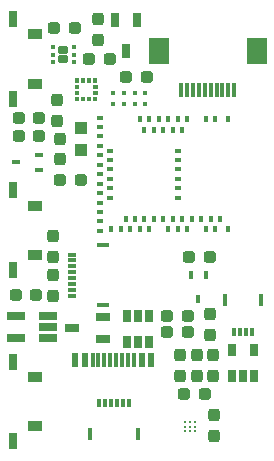
<source format=gbr>
%TF.GenerationSoftware,KiCad,Pcbnew,(5.99.0-8775-g06a515339c)*%
%TF.CreationDate,2021-02-12T19:12:03-05:00*%
%TF.ProjectId,mk2,6d6b322e-6b69-4636-9164-5f7063625858,rev?*%
%TF.SameCoordinates,Original*%
%TF.FileFunction,Paste,Top*%
%TF.FilePolarity,Positive*%
%FSLAX46Y46*%
G04 Gerber Fmt 4.6, Leading zero omitted, Abs format (unit mm)*
G04 Created by KiCad (PCBNEW (5.99.0-8775-g06a515339c)) date 2021-02-12 19:12:03*
%MOMM*%
%LPD*%
G01*
G04 APERTURE LIST*
G04 Aperture macros list*
%AMRoundRect*
0 Rectangle with rounded corners*
0 $1 Rounding radius*
0 $2 $3 $4 $5 $6 $7 $8 $9 X,Y pos of 4 corners*
0 Add a 4 corners polygon primitive as box body*
4,1,4,$2,$3,$4,$5,$6,$7,$8,$9,$2,$3,0*
0 Add four circle primitives for the rounded corners*
1,1,$1+$1,$2,$3*
1,1,$1+$1,$4,$5*
1,1,$1+$1,$6,$7*
1,1,$1+$1,$8,$9*
0 Add four rect primitives between the rounded corners*
20,1,$1+$1,$2,$3,$4,$5,0*
20,1,$1+$1,$4,$5,$6,$7,0*
20,1,$1+$1,$6,$7,$8,$9,0*
20,1,$1+$1,$8,$9,$2,$3,0*%
G04 Aperture macros list end*
%ADD10C,0.010000*%
%ADD11RoundRect,0.237500X0.287500X0.237500X-0.287500X0.237500X-0.287500X-0.237500X0.287500X-0.237500X0*%
%ADD12RoundRect,0.237500X-0.237500X0.287500X-0.237500X-0.287500X0.237500X-0.287500X0.237500X0.287500X0*%
%ADD13C,0.229500*%
%ADD14RoundRect,0.237500X0.237500X-0.287500X0.237500X0.287500X-0.237500X0.287500X-0.237500X-0.287500X0*%
%ADD15R,0.400000X0.600000*%
%ADD16R,0.600000X0.400000*%
%ADD17R,0.650000X1.060000*%
%ADD18R,1.220000X0.650000*%
%ADD19R,0.700000X0.450000*%
%ADD20R,0.650000X1.220000*%
%ADD21R,1.270000X0.900000*%
%ADD22R,0.800000X1.450000*%
%ADD23R,0.300000X1.300000*%
%ADD24R,1.800000X2.200000*%
%ADD25R,0.300000X0.700000*%
%ADD26R,0.300000X1.000000*%
%ADD27RoundRect,0.237500X-0.287500X-0.237500X0.287500X-0.237500X0.287500X0.237500X-0.287500X0.237500X0*%
%ADD28R,0.400000X0.420000*%
%ADD29R,0.450000X0.700000*%
%ADD30RoundRect,0.172500X0.262500X0.172500X-0.262500X0.172500X-0.262500X-0.172500X0.262500X-0.172500X0*%
%ADD31RoundRect,0.093750X0.093750X0.106250X-0.093750X0.106250X-0.093750X-0.106250X0.093750X-0.106250X0*%
%ADD32R,1.100000X1.050000*%
%ADD33R,0.600000X1.160000*%
%ADD34R,0.300000X1.160000*%
%ADD35R,0.700000X0.300000*%
%ADD36R,1.000000X0.300000*%
%ADD37R,1.560000X0.650000*%
G04 APERTURE END LIST*
D10*
%TO.C,U4*%
X18802000Y-20229000D02*
X18802000Y-19929000D01*
X18802000Y-19929000D02*
X19052000Y-19929000D01*
X19052000Y-19929000D02*
X19052000Y-20229000D01*
X19052000Y-20229000D02*
X18802000Y-20229000D01*
G36*
X19052000Y-20229000D02*
G01*
X18802000Y-20229000D01*
X18802000Y-19929000D01*
X19052000Y-19929000D01*
X19052000Y-20229000D01*
G37*
X19052000Y-20229000D02*
X18802000Y-20229000D01*
X18802000Y-19929000D01*
X19052000Y-19929000D01*
X19052000Y-20229000D01*
X18302000Y-18679000D02*
X18302000Y-18379000D01*
X18302000Y-18379000D02*
X18552000Y-18379000D01*
X18552000Y-18379000D02*
X18552000Y-18679000D01*
X18552000Y-18679000D02*
X18302000Y-18679000D01*
G36*
X18552000Y-18679000D02*
G01*
X18302000Y-18679000D01*
X18302000Y-18379000D01*
X18552000Y-18379000D01*
X18552000Y-18679000D01*
G37*
X18552000Y-18679000D02*
X18302000Y-18679000D01*
X18302000Y-18379000D01*
X18552000Y-18379000D01*
X18552000Y-18679000D01*
X18802000Y-18679000D02*
X18802000Y-18379000D01*
X18802000Y-18379000D02*
X19052000Y-18379000D01*
X19052000Y-18379000D02*
X19052000Y-18679000D01*
X19052000Y-18679000D02*
X18802000Y-18679000D01*
G36*
X19052000Y-18679000D02*
G01*
X18802000Y-18679000D01*
X18802000Y-18379000D01*
X19052000Y-18379000D01*
X19052000Y-18679000D01*
G37*
X19052000Y-18679000D02*
X18802000Y-18679000D01*
X18802000Y-18379000D01*
X19052000Y-18379000D01*
X19052000Y-18679000D01*
X18252000Y-19679000D02*
X18252000Y-19429000D01*
X18252000Y-19429000D02*
X18552000Y-19429000D01*
X18552000Y-19429000D02*
X18552000Y-19679000D01*
X18552000Y-19679000D02*
X18252000Y-19679000D01*
G36*
X18552000Y-19679000D02*
G01*
X18252000Y-19679000D01*
X18252000Y-19429000D01*
X18552000Y-19429000D01*
X18552000Y-19679000D01*
G37*
X18552000Y-19679000D02*
X18252000Y-19679000D01*
X18252000Y-19429000D01*
X18552000Y-19429000D01*
X18552000Y-19679000D01*
X19802000Y-19679000D02*
X19802000Y-19429000D01*
X19802000Y-19429000D02*
X20102000Y-19429000D01*
X20102000Y-19429000D02*
X20102000Y-19679000D01*
X20102000Y-19679000D02*
X19802000Y-19679000D01*
G36*
X20102000Y-19679000D02*
G01*
X19802000Y-19679000D01*
X19802000Y-19429000D01*
X20102000Y-19429000D01*
X20102000Y-19679000D01*
G37*
X20102000Y-19679000D02*
X19802000Y-19679000D01*
X19802000Y-19429000D01*
X20102000Y-19429000D01*
X20102000Y-19679000D01*
X19802000Y-19179000D02*
X19802000Y-18929000D01*
X19802000Y-18929000D02*
X20102000Y-18929000D01*
X20102000Y-18929000D02*
X20102000Y-19179000D01*
X20102000Y-19179000D02*
X19802000Y-19179000D01*
G36*
X20102000Y-19179000D02*
G01*
X19802000Y-19179000D01*
X19802000Y-18929000D01*
X20102000Y-18929000D01*
X20102000Y-19179000D01*
G37*
X20102000Y-19179000D02*
X19802000Y-19179000D01*
X19802000Y-18929000D01*
X20102000Y-18929000D01*
X20102000Y-19179000D01*
X19802000Y-20229000D02*
X19802000Y-19929000D01*
X19802000Y-19929000D02*
X20052000Y-19929000D01*
X20052000Y-19929000D02*
X20052000Y-20229000D01*
X20052000Y-20229000D02*
X19802000Y-20229000D01*
G36*
X20052000Y-20229000D02*
G01*
X19802000Y-20229000D01*
X19802000Y-19929000D01*
X20052000Y-19929000D01*
X20052000Y-20229000D01*
G37*
X20052000Y-20229000D02*
X19802000Y-20229000D01*
X19802000Y-19929000D01*
X20052000Y-19929000D01*
X20052000Y-20229000D01*
X18252000Y-19179000D02*
X18252000Y-18929000D01*
X18252000Y-18929000D02*
X18552000Y-18929000D01*
X18552000Y-18929000D02*
X18552000Y-19179000D01*
X18552000Y-19179000D02*
X18252000Y-19179000D01*
G36*
X18552000Y-19179000D02*
G01*
X18252000Y-19179000D01*
X18252000Y-18929000D01*
X18552000Y-18929000D01*
X18552000Y-19179000D01*
G37*
X18552000Y-19179000D02*
X18252000Y-19179000D01*
X18252000Y-18929000D01*
X18552000Y-18929000D01*
X18552000Y-19179000D01*
X18302000Y-20229000D02*
X18302000Y-19929000D01*
X18302000Y-19929000D02*
X18552000Y-19929000D01*
X18552000Y-19929000D02*
X18552000Y-20229000D01*
X18552000Y-20229000D02*
X18302000Y-20229000D01*
G36*
X18552000Y-20229000D02*
G01*
X18302000Y-20229000D01*
X18302000Y-19929000D01*
X18552000Y-19929000D01*
X18552000Y-20229000D01*
G37*
X18552000Y-20229000D02*
X18302000Y-20229000D01*
X18302000Y-19929000D01*
X18552000Y-19929000D01*
X18552000Y-20229000D01*
X19302000Y-18679000D02*
X19302000Y-18379000D01*
X19302000Y-18379000D02*
X19552000Y-18379000D01*
X19552000Y-18379000D02*
X19552000Y-18679000D01*
X19552000Y-18679000D02*
X19302000Y-18679000D01*
G36*
X19552000Y-18679000D02*
G01*
X19302000Y-18679000D01*
X19302000Y-18379000D01*
X19552000Y-18379000D01*
X19552000Y-18679000D01*
G37*
X19552000Y-18679000D02*
X19302000Y-18679000D01*
X19302000Y-18379000D01*
X19552000Y-18379000D01*
X19552000Y-18679000D01*
X19802000Y-18679000D02*
X19802000Y-18379000D01*
X19802000Y-18379000D02*
X20052000Y-18379000D01*
X20052000Y-18379000D02*
X20052000Y-18679000D01*
X20052000Y-18679000D02*
X19802000Y-18679000D01*
G36*
X20052000Y-18679000D02*
G01*
X19802000Y-18679000D01*
X19802000Y-18379000D01*
X20052000Y-18379000D01*
X20052000Y-18679000D01*
G37*
X20052000Y-18679000D02*
X19802000Y-18679000D01*
X19802000Y-18379000D01*
X20052000Y-18379000D01*
X20052000Y-18679000D01*
X19302000Y-20229000D02*
X19302000Y-19929000D01*
X19302000Y-19929000D02*
X19552000Y-19929000D01*
X19552000Y-19929000D02*
X19552000Y-20229000D01*
X19552000Y-20229000D02*
X19302000Y-20229000D01*
G36*
X19552000Y-20229000D02*
G01*
X19302000Y-20229000D01*
X19302000Y-19929000D01*
X19552000Y-19929000D01*
X19552000Y-20229000D01*
G37*
X19552000Y-20229000D02*
X19302000Y-20229000D01*
X19302000Y-19929000D01*
X19552000Y-19929000D01*
X19552000Y-20229000D01*
%TD*%
D11*
%TO.C,R4*%
X27799000Y-39878000D03*
X26049000Y-39878000D03*
%TD*%
%TO.C,R13*%
X29704000Y-33528000D03*
X27954000Y-33528000D03*
%TD*%
D12*
%TO.C,R14*%
X29718000Y-38368000D03*
X29718000Y-40118000D03*
%TD*%
D13*
%TO.C,U6*%
X27600000Y-47477000D03*
X28000000Y-47477000D03*
X28400000Y-47477000D03*
X27600000Y-47877000D03*
X28000000Y-47877000D03*
X28400000Y-47877000D03*
X27600000Y-48277000D03*
X28000000Y-48277000D03*
X28400000Y-48277000D03*
%TD*%
D14*
%TO.C,C4*%
X16383000Y-36816000D03*
X16383000Y-35066000D03*
%TD*%
D11*
%TO.C,C9*%
X24370000Y-18288000D03*
X22620000Y-18288000D03*
%TD*%
D14*
%TO.C,C8*%
X20193000Y-15099000D03*
X20193000Y-13349000D03*
%TD*%
D11*
%TO.C,R15*%
X15250000Y-23250000D03*
X13500000Y-23250000D03*
%TD*%
D15*
%TO.C,IC1*%
X31250000Y-21850000D03*
X30150000Y-21850000D03*
X29350000Y-21850000D03*
X27750000Y-21850000D03*
X27350000Y-22750000D03*
X26950000Y-21850000D03*
X26550000Y-22750000D03*
X26150000Y-21850000D03*
X25750000Y-22750000D03*
X25350000Y-21850000D03*
X24950000Y-22750000D03*
X24550000Y-21850000D03*
X24150000Y-22750000D03*
X23750000Y-21850000D03*
D16*
X20350000Y-21700000D03*
X20350000Y-22500000D03*
X20350000Y-23300000D03*
X20350000Y-24100000D03*
X21250000Y-24500000D03*
X20350000Y-24900000D03*
X21250000Y-25300000D03*
X20350000Y-25700000D03*
X21250000Y-26100000D03*
X20350000Y-26500000D03*
X21250000Y-26900000D03*
X20350000Y-27300000D03*
X21250000Y-27700000D03*
X20350000Y-28100000D03*
X21250000Y-28500000D03*
X20350000Y-28900000D03*
X20350000Y-29700000D03*
X20350000Y-30500000D03*
X20350000Y-31300000D03*
D15*
X21350000Y-31150000D03*
X22150000Y-31150000D03*
X22550000Y-30250000D03*
X22950000Y-31150000D03*
X23350000Y-30250000D03*
X23750000Y-31150000D03*
X24150000Y-30250000D03*
X24550000Y-31150000D03*
X24950000Y-30250000D03*
X25750000Y-30250000D03*
X26150000Y-31150000D03*
X26550000Y-30250000D03*
X26950000Y-31150000D03*
X27350000Y-30250000D03*
X27750000Y-31150000D03*
X28150000Y-30250000D03*
X28950000Y-30250000D03*
X29350000Y-31150000D03*
X29750000Y-30250000D03*
X30150000Y-31150000D03*
X30550000Y-30250000D03*
X31250000Y-31150000D03*
D16*
X26950000Y-24500000D03*
X26950000Y-25300000D03*
X26950000Y-26100000D03*
X26950000Y-26900000D03*
X26950000Y-27700000D03*
X26950000Y-28500000D03*
%TD*%
D17*
%TO.C,U3*%
X31550000Y-43600000D03*
X32500000Y-43600000D03*
X33450000Y-43600000D03*
X33450000Y-41400000D03*
X31550000Y-41400000D03*
%TD*%
D14*
%TO.C,C10*%
X30000000Y-48627000D03*
X30000000Y-46877000D03*
%TD*%
D18*
%TO.C,D1*%
X20620000Y-40450000D03*
X20620000Y-38550000D03*
X18000000Y-39500000D03*
%TD*%
D19*
%TO.C,Q4*%
X15250000Y-26150000D03*
X15250000Y-24850000D03*
X13250000Y-25500000D03*
%TD*%
D11*
%TO.C,C20*%
X29250000Y-45127000D03*
X27500000Y-45127000D03*
%TD*%
D17*
%TO.C,U5*%
X24572000Y-38524000D03*
X23622000Y-38524000D03*
X22672000Y-38524000D03*
X22672000Y-40724000D03*
X23622000Y-40724000D03*
X24572000Y-40724000D03*
%TD*%
D20*
%TO.C,D2*%
X23556000Y-13422000D03*
X21656000Y-13422000D03*
X22606000Y-16042000D03*
%TD*%
D21*
%TO.C,SW2*%
X14885000Y-14650000D03*
X14885000Y-18850000D03*
D22*
X13000000Y-13375000D03*
X13000000Y-20125000D03*
%TD*%
D23*
%TO.C,J1*%
X31750000Y-19350000D03*
X31250000Y-19350000D03*
X30750000Y-19350000D03*
X30250000Y-19350000D03*
X29750000Y-19350000D03*
X29250000Y-19350000D03*
X28750000Y-19350000D03*
X28250000Y-19350000D03*
X27750000Y-19350000D03*
X27250000Y-19350000D03*
D24*
X25350000Y-16100000D03*
X33650000Y-16100000D03*
%TD*%
D25*
%TO.C,J7*%
X20340000Y-45844000D03*
X20840000Y-45844000D03*
X21340000Y-45844000D03*
X21840000Y-45844000D03*
X22340000Y-45844000D03*
X22840000Y-45844000D03*
D26*
X19550000Y-48494000D03*
X23630000Y-48494000D03*
%TD*%
D12*
%TO.C,R9*%
X29972000Y-41797000D03*
X29972000Y-43547000D03*
%TD*%
D25*
%TO.C,J4*%
X33250000Y-39825000D03*
X32750000Y-39825000D03*
X32250000Y-39825000D03*
X31750000Y-39825000D03*
D26*
X34040000Y-37175000D03*
X30960000Y-37175000D03*
%TD*%
D12*
%TO.C,C2*%
X17000000Y-23500000D03*
X17000000Y-25250000D03*
%TD*%
D27*
%TO.C,C5*%
X19445000Y-16764000D03*
X21195000Y-16764000D03*
%TD*%
D28*
%TO.C,IC2*%
X24210000Y-19616000D03*
X23310000Y-19616000D03*
X22410000Y-19616000D03*
X21510000Y-19616000D03*
X21510000Y-20516000D03*
X22410000Y-20516000D03*
X23310000Y-20516000D03*
X24210000Y-20516000D03*
%TD*%
D21*
%TO.C,SW4*%
X14885000Y-43650000D03*
X14885000Y-47850000D03*
D22*
X13000000Y-42375000D03*
X13000000Y-49125000D03*
%TD*%
D11*
%TO.C,C6*%
X18274000Y-14097000D03*
X16524000Y-14097000D03*
%TD*%
D29*
%TO.C,Q3*%
X29352000Y-35068000D03*
X28052000Y-35068000D03*
X28702000Y-37068000D03*
%TD*%
D30*
%TO.C,U1*%
X17253000Y-15983000D03*
X17253000Y-16783000D03*
D31*
X18140500Y-17033000D03*
X18140500Y-16383000D03*
X18140500Y-15733000D03*
X16365500Y-15733000D03*
X16365500Y-16383000D03*
X16365500Y-17033000D03*
%TD*%
D32*
%TO.C,Y1*%
X18750000Y-24425000D03*
X18750000Y-22575000D03*
%TD*%
D33*
%TO.C,J2*%
X18300000Y-42240000D03*
X19100000Y-42240000D03*
D34*
X20250000Y-42240000D03*
X21250000Y-42240000D03*
X21750000Y-42240000D03*
X22750000Y-42240000D03*
D33*
X23900000Y-42240000D03*
X24700000Y-42240000D03*
D34*
X23250000Y-42240000D03*
X22250000Y-42240000D03*
X20750000Y-42240000D03*
X19750000Y-42240000D03*
%TD*%
D12*
%TO.C,C7*%
X16383000Y-31764000D03*
X16383000Y-33514000D03*
%TD*%
D11*
%TO.C,R3*%
X27799000Y-38481000D03*
X26049000Y-38481000D03*
%TD*%
D14*
%TO.C,R11*%
X27178000Y-43547000D03*
X27178000Y-41797000D03*
%TD*%
D11*
%TO.C,R16*%
X15250000Y-21750000D03*
X13500000Y-21750000D03*
%TD*%
D35*
%TO.C,J5*%
X18030000Y-36802000D03*
X18030000Y-36302000D03*
X18030000Y-35802000D03*
X18030000Y-35302000D03*
X18030000Y-34802000D03*
X18030000Y-34302000D03*
X18030000Y-33802000D03*
X18030000Y-33302000D03*
D36*
X20680000Y-37592000D03*
X20680000Y-32512000D03*
%TD*%
D11*
%TO.C,C3*%
X18750000Y-27000000D03*
X17000000Y-27000000D03*
%TD*%
D21*
%TO.C,SW1*%
X14885000Y-29150000D03*
X14885000Y-33350000D03*
D22*
X13000000Y-27875000D03*
X13000000Y-34625000D03*
%TD*%
D14*
%TO.C,R12*%
X28575000Y-43547000D03*
X28575000Y-41797000D03*
%TD*%
D37*
%TO.C,U2*%
X15950000Y-40400000D03*
X15950000Y-39450000D03*
X15950000Y-38500000D03*
X13250000Y-38500000D03*
X13250000Y-40400000D03*
%TD*%
D27*
%TO.C,L1*%
X13250000Y-36750000D03*
X15000000Y-36750000D03*
%TD*%
D12*
%TO.C,C1*%
X16750000Y-20250000D03*
X16750000Y-22000000D03*
%TD*%
M02*

</source>
